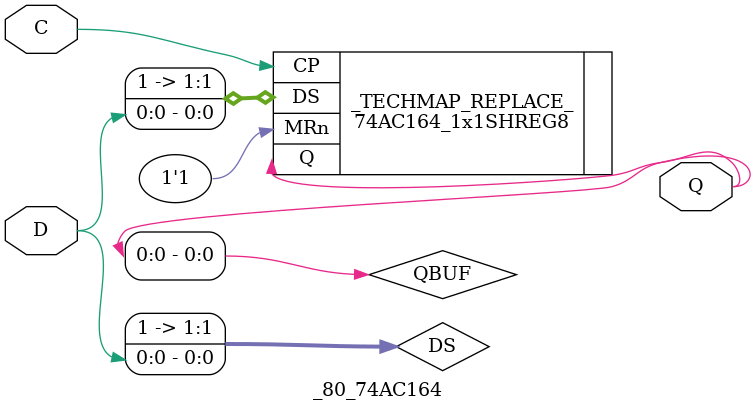
<source format=v>

(* techmap_celltype = "$__SHREG_DFF_P_" *)
module _80_74AC164(input C, D, output Q);
parameter DEPTH = 1;

wire [7:0] QBUF;
wire [1:0] DS;

assign DS = {1'b1, D};
assign Q = QBUF[DEPTH-1];

\74AC164_1x1SHREG8 _TECHMAP_REPLACE_ (
    .DS(DS),
    .MRn(1'b1),
    .CP(C),
    .Q(Q),
);
endmodule

</source>
